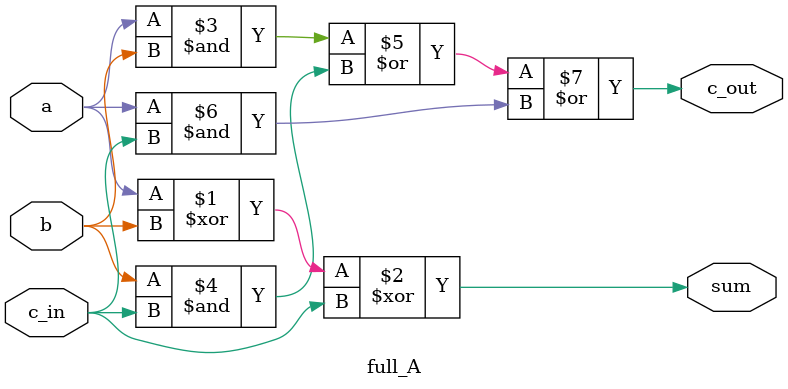
<source format=v>
`timescale 1ns / 1ps


module full_A(a,b,c_in,sum,c_out);
input a,b,c_in;
output sum,c_out;
wire w1,w2,w3,w4;

assign sum = (a ^ b ^ c_in);
assign c_out = (a & b) | (b & c_in) | (a & c_in);
endmodule

</source>
